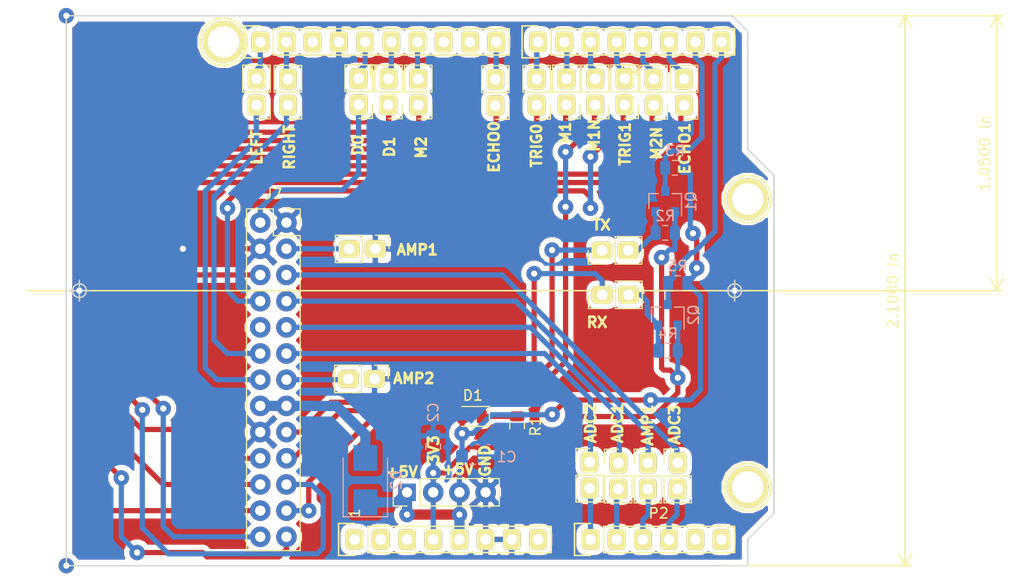
<source format=kicad_pcb>
(kicad_pcb (version 20171130) (host pcbnew 5.0.2+dfsg1-1)
  (title_block (date "lun. 30 mars 2015"))
  (layers (0 F.Cu signal) (31 B.Cu signal) (34 B.Paste user) (35 F.Paste user) (36 B.SilkS user) (37 F.SilkS user) (38 B.Mask user) (39 F.Mask user) (44 Edge.Cuts user))
  (net 0 "")
  (net 1 /IOREF)
  (net 2 /Reset)
  (net 3 +5V)
  (net 4 GND)
  (net 5 /Vin)
  (net 6 /AREF)
  (net 7 "Net-(P6-Pad1)")
  (net 8 "Net-(P7-Pad1)")
  (net 9 "Net-(P8-Pad1)")
  (net 10 "Net-(P1-Pad1)")
  (net 11 +3V3)
  (net 12 A3)
  (net 13 ADC3)
  (net 14 13)
  (net 15 12)
  (net 16 11)
  (net 17 10)
  (net 18 9)
  (net 19 8)
  (net 20 7)
  (net 21 6)
  (net 22 5)
  (net 23 4)
  (net 24 3)
  (net 25 2)
  (net 26 Tx)
  (net 27 Rx)
  (net 28 A0)
  (net 29 A1)
  (net 30 A2)
  (net 31 ADC0)
  (net 32 Trig0)
  (net 33 L_TCRT)
  (net 34 ADC1)
  (net 35 Echo0)
  (net 36 R_TCRT)
  (net 37 Echo1)
  (net 38 RXB)
  (net 39 PWM2)
  (net 40 Trig1)
  (net 41 TXB)
  (net 42 PWM1N)
  (net 43 D0)
  (net 44 D1)
  (net 45 ADC2)
  (net 46 PWM1)
  (net 47 PWM2N)
  (net 48 AMP1)
  (net 49 "Net-(J7-Pad10)")
  (net 50 AMP2)
  (net 51 "A5(SCL)")
  (net 52 "A4(SDA)")
  (net 53 "Net-(D1-Pad1)")
  (net 54 "Net-(J17-Pad2)")
  (net 55 "Net-(J18-Pad2)")
  (net 56 +5VP)
  (module Diode_SMD:D_SMB (layer B.Cu) (at 139.9794 118.0719 90)
    (fp_text reference D2 (at 0 3 90) (layer B.SilkS) (effects (justify mirror)))
    (fp_text value D_Schottky)
    (pad 1 smd rect (at -2.15 0 90) (size 2.5 2.3) (layers B.Cu B.Paste B.Mask) (net 3 +5V))
    (pad 2 smd rect (at 2.15 0 90) (size 2.5 2.3) (layers B.Cu B.Paste B.Mask) (net 56 +5VP))
  )
  (module Connector_PinHeader_2.54mm:PinHeader_1x02_P2.54mm_Vertical (layer F.Cu) (at 162.908 95.785 90)
    (fp_text reference J17 hide)
    (fp_text value Conn_01x02_Male)
    (pad 2 thru_hole roundrect (at 0 2.54 90) (size 1.7272 2.032) (drill 1.016) (layers *.Cu *.Mask F.SilkS) (net 54 "Net-(J17-Pad2)"))
    (pad 1 thru_hole roundrect (at 0 0 90) (size 1.7272 2.032) (drill 1.016) (layers *.Cu *.Mask F.SilkS) (net 38 RXB))
  )
  (module Connector_PinHeader_2.54mm:PinHeader_1x02_P2.54mm_Vertical (layer F.Cu) (at 159.458 81.685 180)
    (fp_text reference J21 hide)
    (fp_text value Conn_01x02_Male)
    (pad 1 thru_hole roundrect (at 0 0 180) (size 1.7272 2.032) (drill 1.016) (layers *.Cu *.Mask F.SilkS) (net 46 PWM1))
    (pad 2 thru_hole roundrect (at 0 2.54 180) (size 1.7272 2.032) (drill 1.016) (layers *.Cu *.Mask F.SilkS) (net 21 6))
  )
  (module Connector_PinHeader_2.54mm:PinHeader_1x02_P2.54mm_Vertical (layer F.Cu) (at 145.098 81.695 180)
    (fp_text reference J19 hide)
    (fp_text value Conn_01x02_Male)
    (pad 2 thru_hole roundrect (at 0 2.54 180) (size 1.7272 2.032) (drill 1.016) (layers *.Cu *.Mask F.SilkS) (net 16 11))
    (pad 1 thru_hole roundrect (at 0 0 180) (size 1.7272 2.032) (drill 1.016) (layers *.Cu *.Mask F.SilkS) (net 39 PWM2))
  )
  (module Connector_PinHeader_2.54mm:PinHeader_1x02_P2.54mm_Vertical (layer F.Cu) (at 170.858 81.715 180)
    (fp_text reference J10 hide)
    (fp_text value Conn_01x02_Male)
    (pad 1 thru_hole roundrect (at 0 0 180) (size 1.7272 2.032) (drill 1.016) (layers *.Cu *.Mask F.SilkS) (net 37 Echo1))
    (pad 2 thru_hole roundrect (at 0 2.54 180) (size 1.7272 2.032) (drill 1.016) (layers *.Cu *.Mask F.SilkS) (net 25 2))
  )
  (module Connector_PinHeader_2.54mm:PinHeader_1x02_P2.54mm_Vertical (layer F.Cu) (at 167.358 116.405)
    (fp_text reference J1 hide)
    (fp_text value Conn_01x02_Male)
    (pad 2 thru_hole roundrect (at 0 2.54) (size 1.7272 2.032) (drill 1.016) (layers *.Cu *.Mask F.SilkS) (net 30 A2))
    (pad 1 thru_hole roundrect (at 0 0) (size 1.7272 2.032) (drill 1.016) (layers *.Cu *.Mask F.SilkS) (net 31 ADC0))
  )
  (module Connector_PinHeader_2.54mm:PinHeader_1x02_P2.54mm_Vertical (layer F.Cu) (at 164.488 116.405)
    (fp_text reference J2 hide)
    (fp_text value Conn_01x02_Male)
    (pad 1 thru_hole roundrect (at 0 0) (size 1.7272 2.032) (drill 1.016) (layers *.Cu *.Mask F.SilkS) (net 34 ADC1))
    (pad 2 thru_hole roundrect (at 0 2.54) (size 1.7272 2.032) (drill 1.016) (layers *.Cu *.Mask F.SilkS) (net 29 A1))
  )
  (module Connector_PinHeader_2.54mm:PinHeader_1x02_P2.54mm_Vertical (layer F.Cu) (at 161.718 116.325)
    (fp_text reference J3 hide)
    (fp_text value Conn_01x02_Male)
    (pad 2 thru_hole roundrect (at 0 2.54) (size 1.7272 2.032) (drill 1.016) (layers *.Cu *.Mask F.SilkS) (net 28 A0))
    (pad 1 thru_hole roundrect (at 0 0) (size 1.7272 2.032) (drill 1.016) (layers *.Cu *.Mask F.SilkS) (net 45 ADC2))
  )
  (module Connector_PinHeader_2.54mm:PinHeader_1x02_P2.54mm_Vertical (layer F.Cu) (at 170.248 116.395)
    (fp_text reference J4 hide)
    (fp_text value Conn_01x02_Male)
    (pad 1 thru_hole roundrect (at 0 0) (size 1.7272 2.032) (drill 1.016) (layers *.Cu *.Mask F.SilkS) (net 13 ADC3))
    (pad 2 thru_hole roundrect (at 0 2.54) (size 1.7272 2.032) (drill 1.016) (layers *.Cu *.Mask F.SilkS) (net 12 A3))
  )
  (module Connector_PinHeader_2.54mm:PinHeader_1x02_P2.54mm_Vertical (layer F.Cu) (at 140.948 95.645 270)
    (fp_text reference J5 hide)
    (fp_text value Conn_01x02_Male)
    (pad 2 thru_hole roundrect (at 0 2.54 270) (size 1.7272 2.032) (drill 1.016) (layers *.Cu *.Mask F.SilkS) (net 48 AMP1))
    (pad 1 thru_hole roundrect (at 0 0 270) (size 1.7272 2.032) (drill 1.016) (layers *.Cu *.Mask F.SilkS) (net 4 GND))
  )
  (module Connector_PinHeader_2.54mm:PinHeader_1x02_P2.54mm_Vertical (layer F.Cu) (at 140.868 108.255 270)
    (fp_text reference J6 hide)
    (fp_text value Conn_01x02_Male)
    (pad 1 thru_hole roundrect (at 0 0 270) (size 1.7272 2.032) (drill 1.016) (layers *.Cu *.Mask F.SilkS) (net 4 GND))
    (pad 2 thru_hole roundrect (at 0 2.54 270) (size 1.7272 2.032) (drill 1.016) (layers *.Cu *.Mask F.SilkS) (net 50 AMP2))
  )
  (module Connector_PinHeader_2.54mm:PinHeader_1x02_P2.54mm_Vertical (layer F.Cu) (at 132.478 81.715 180)
    (fp_text reference J8 hide)
    (fp_text value Conn_01x02_Male)
    (pad 2 thru_hole roundrect (at 0 2.54 180) (size 1.7272 2.032) (drill 1.016) (layers *.Cu *.Mask F.SilkS) (net 52 "A4(SDA)"))
    (pad 1 thru_hole roundrect (at 0 0 180) (size 1.7272 2.032) (drill 1.016) (layers *.Cu *.Mask F.SilkS) (net 36 R_TCRT))
  )
  (module Connector_PinHeader_2.54mm:PinHeader_1x02_P2.54mm_Vertical (layer F.Cu) (at 129.428 81.695 180)
    (fp_text reference J9 hide)
    (fp_text value Conn_01x02_Male)
    (pad 1 thru_hole roundrect (at 0 0 180) (size 1.7272 2.032) (drill 1.016) (layers *.Cu *.Mask F.SilkS) (net 33 L_TCRT))
    (pad 2 thru_hole roundrect (at 0 2.54 180) (size 1.7272 2.032) (drill 1.016) (layers *.Cu *.Mask F.SilkS) (net 51 "A5(SCL)"))
  )
  (module Connector_PinHeader_2.54mm:PinHeader_1x02_P2.54mm_Vertical (layer F.Cu) (at 152.578 81.745 180)
    (fp_text reference J11 hide)
    (fp_text value Conn_01x02_Male)
    (pad 2 thru_hole roundrect (at 0 2.54 180) (size 1.7272 2.032) (drill 1.016) (layers *.Cu *.Mask F.SilkS) (net 19 8))
    (pad 1 thru_hole roundrect (at 0 0 180) (size 1.7272 2.032) (drill 1.016) (layers *.Cu *.Mask F.SilkS) (net 35 Echo0))
  )
  (module Connector_PinHeader_2.54mm:PinHeader_1x02_P2.54mm_Vertical (layer F.Cu) (at 156.588 81.715 180)
    (fp_text reference J12 hide)
    (fp_text value Conn_01x02_Male)
    (pad 1 thru_hole roundrect (at 0 0 180) (size 1.7272 2.032) (drill 1.016) (layers *.Cu *.Mask F.SilkS) (net 32 Trig0))
    (pad 2 thru_hole roundrect (at 0 2.54 180) (size 1.7272 2.032) (drill 1.016) (layers *.Cu *.Mask F.SilkS) (net 20 7))
  )
  (module Connector_PinHeader_2.54mm:PinHeader_1x02_P2.54mm_Vertical (layer F.Cu) (at 165.098 81.665 180)
    (fp_text reference J13 hide)
    (fp_text value Conn_01x02_Male)
    (pad 2 thru_hole roundrect (at 0 2.54 180) (size 1.7272 2.032) (drill 1.016) (layers *.Cu *.Mask F.SilkS) (net 23 4))
    (pad 1 thru_hole roundrect (at 0 0 180) (size 1.7272 2.032) (drill 1.016) (layers *.Cu *.Mask F.SilkS) (net 40 Trig1))
  )
  (module Connector_PinHeader_2.54mm:PinHeader_1x02_P2.54mm_Vertical (layer F.Cu) (at 139.338 81.655 180)
    (fp_text reference J14 hide)
    (fp_text value Conn_01x02_Male)
    (pad 1 thru_hole roundrect (at 0 0 180) (size 1.7272 2.032) (drill 1.016) (layers *.Cu *.Mask F.SilkS) (net 43 D0))
    (pad 2 thru_hole roundrect (at 0 2.54 180) (size 1.7272 2.032) (drill 1.016) (layers *.Cu *.Mask F.SilkS) (net 14 13))
  )
  (module Connector_PinHeader_2.54mm:PinHeader_1x02_P2.54mm_Vertical (layer F.Cu) (at 167.918 81.715 180)
    (fp_text reference J15 hide)
    (fp_text value Conn_01x02_Male)
    (pad 2 thru_hole roundrect (at 0 2.54 180) (size 1.7272 2.032) (drill 1.016) (layers *.Cu *.Mask F.SilkS) (net 24 3))
    (pad 1 thru_hole roundrect (at 0 0 180) (size 1.7272 2.032) (drill 1.016) (layers *.Cu *.Mask F.SilkS) (net 47 PWM2N))
  )
  (module Connector_PinHeader_2.54mm:PinHeader_1x02_P2.54mm_Vertical (layer F.Cu) (at 142.218 81.675 180)
    (fp_text reference J16 hide)
    (fp_text value Conn_01x02_Male)
    (pad 1 thru_hole roundrect (at 0 0 180) (size 1.7272 2.032) (drill 1.016) (layers *.Cu *.Mask F.SilkS) (net 44 D1))
    (pad 2 thru_hole roundrect (at 0 2.54 180) (size 1.7272 2.032) (drill 1.016) (layers *.Cu *.Mask F.SilkS) (net 15 12))
  )
  (module Connector_PinHeader_2.54mm:PinHeader_1x02_P2.54mm_Vertical (layer F.Cu) (at 162.938 100.095 90)
    (fp_text reference J18 hide)
    (fp_text value Conn_01x02_Male)
    (pad 2 thru_hole roundrect (at 0 2.54 90) (size 1.7272 2.032) (drill 1.016) (layers *.Cu *.Mask F.SilkS) (net 55 "Net-(J18-Pad2)"))
    (pad 1 thru_hole roundrect (at 0 0 90) (size 1.7272 2.032) (drill 1.016) (layers *.Cu *.Mask F.SilkS) (net 41 TXB))
  )
  (module Connector_PinHeader_2.54mm:PinHeader_1x02_P2.54mm_Vertical (layer F.Cu) (at 162.258 81.685 180)
    (fp_text reference J20 hide)
    (fp_text value Conn_01x02_Male)
    (pad 1 thru_hole roundrect (at 0 0 180) (size 1.7272 2.032) (drill 1.016) (layers *.Cu *.Mask F.SilkS) (net 42 PWM1N))
    (pad 2 thru_hole roundrect (at 0 2.54 180) (size 1.7272 2.032) (drill 1.016) (layers *.Cu *.Mask F.SilkS) (net 22 5))
  )
  (module Package_TO_SOT_SMD:SOT-23 (layer B.Cu) (at 169.038 91.045 90)
    (fp_text reference Q1 (at 0 2.5 90) (layer B.SilkS) (effects (justify mirror)))
    (fp_text value 2N7002)
    (pad 3 smd rect (at 1 0 90) (size 0.9 0.8) (layers B.Cu B.Paste B.Mask) (net 26 Tx))
    (pad 2 smd rect (at -1 -0.95 90) (size 0.9 0.8) (layers B.Cu B.Paste B.Mask) (net 54 "Net-(J17-Pad2)"))
    (pad 1 smd rect (at -1 0.95 90) (size 0.9 0.8) (layers B.Cu B.Paste B.Mask) (net 11 +3V3))
  )
  (module Package_TO_SOT_SMD:SOT-23 (layer B.Cu) (at 169.288 102.045 90)
    (fp_text reference Q2 (at 0 2.5 90) (layer B.SilkS) (effects (justify mirror)))
    (fp_text value 2N7002)
    (pad 1 smd rect (at -1 0.95 90) (size 0.9 0.8) (layers B.Cu B.Paste B.Mask) (net 11 +3V3))
    (pad 2 smd rect (at -1 -0.95 90) (size 0.9 0.8) (layers B.Cu B.Paste B.Mask) (net 55 "Net-(J18-Pad2)"))
    (pad 3 smd rect (at 1 0 90) (size 0.9 0.8) (layers B.Cu B.Paste B.Mask) (net 27 Rx))
  )
  (module Resistor_SMD:R_0805_2012Metric (layer B.Cu) (at 169.3055 105.505 180)
    (fp_text reference R4 (at 0 1.65 180) (layer B.SilkS) (effects (justify mirror)))
    (fp_text value 2k2)
    (pad 2 smd roundrect (at 0.9375 0 180) (size 0.975 1.4) (layers B.Cu B.Paste B.Mask) (net 55 "Net-(J18-Pad2)"))
    (pad 1 smd roundrect (at -0.9375 0 180) (size 0.975 1.4) (layers B.Cu B.Paste B.Mask) (net 11 +3V3))
  )
  (module Resistor_SMD:R_0805_2012Metric (layer B.Cu) (at 169.978 87.775 180)
    (fp_text reference R3 (at 0 1.65 180) (layer B.SilkS) (effects (justify mirror)))
    (fp_text value 2k2)
    (pad 1 smd roundrect (at -0.9375 0 180) (size 0.975 1.4) (layers B.Cu B.Paste B.Mask) (net 3 +5V))
    (pad 2 smd roundrect (at 0.9375 0 180) (size 0.975 1.4) (layers B.Cu B.Paste B.Mask) (net 26 Tx))
  )
  (module Resistor_SMD:R_0805_2012Metric (layer B.Cu) (at 169.0455 94.085 180)
    (fp_text reference R2 (at 0 1.65 180) (layer B.SilkS) (effects (justify mirror)))
    (fp_text value 2k2)
    (pad 2 smd roundrect (at 0.9375 0 180) (size 0.975 1.4) (layers B.Cu B.Paste B.Mask) (net 54 "Net-(J17-Pad2)"))
    (pad 1 smd roundrect (at -0.9375 0 180) (size 0.975 1.4) (layers B.Cu B.Paste B.Mask) (net 11 +3V3))
  )
  (module Resistor_SMD:R_0805_2012Metric (layer B.Cu) (at 170.2505 98.955 180)
    (fp_text reference R5 (at 0 1.65 180) (layer B.SilkS) (effects (justify mirror)))
    (fp_text value 2k2)
    (pad 1 smd roundrect (at -0.9375 0 180) (size 0.975 1.4) (layers B.Cu B.Paste B.Mask) (net 3 +5V))
    (pad 2 smd roundrect (at 0.9375 0 180) (size 0.975 1.4) (layers B.Cu B.Paste B.Mask) (net 27 Rx))
  )
  (module Capacitor_SMD:C_0805_2012Metric_Pad1.15x1.40mm_HandSolder (layer B.Cu) (at 150.368 115.824)
    (fp_text reference C1 (at 3.302 0) (layer B.SilkS) (effects (justify mirror)))
    (fp_text value 100n)
    (pad 1 smd roundrect (at -1.025 0) (size 1.15 1.4) (layers B.Cu B.Paste B.Mask) (roundrect_rratio 0.217391) (net 3 +5V))
    (pad 2 smd roundrect (at 1.025 0) (size 1.15 1.4) (layers B.Cu B.Paste B.Mask) (roundrect_rratio 0.217391) (net 4 GND))
  )
  (module LED_SMD:LED_0805_2012Metric (layer F.Cu) (at 150.3195 111.887 180)
    (fp_text reference D1 (at -0.0739 2.032 180) (layer F.SilkS))
    (fp_text value LED)
    (pad 1 smd roundrect (at -0.9375 0 180) (size 0.975 1.4) (layers F.Cu F.Paste F.Mask) (net 53 "Net-(D1-Pad1)"))
    (pad 2 smd roundrect (at 0.9375 0 180) (size 0.975 1.4) (layers F.Cu F.Paste F.Mask) (net 3 +5V))
  )
  (module Resistor_SMD:R_0805_2012Metric (layer F.Cu) (at 154.686 112.8245 270)
    (fp_text reference R1 (at 0.0277 -1.778 270) (layer F.SilkS))
    (fp_text value R)
    (pad 1 smd roundrect (at -0.9375 0 270) (size 0.975 1.4) (layers F.Cu F.Paste F.Mask) (net 53 "Net-(D1-Pad1)"))
    (pad 2 smd roundrect (at 0.9375 0 270) (size 0.975 1.4) (layers F.Cu F.Paste F.Mask) (net 4 GND))
  )
  (module Connector_PinHeader_2.54mm:PinHeader_1x04_P2.54mm_Vertical (layer F.Cu) (at 144.018 119.253 90)
    (fp_text reference J23 hide)
    (fp_text value Conn_01x04_Male)
    (pad 1 thru_hole rect (at 0 0 90) (size 1.7 1.7) (drill 1) (layers *.Cu *.Mask) (net 3 +5V))
    (pad 2 thru_hole circle (at 0 2.54 90) (size 2 2) (drill 1) (layers *.Cu *.Mask) (net 11 +3V3))
    (pad 3 thru_hole circle (at 0 5.08 90) (size 2 2) (drill 1) (layers *.Cu *.Mask) (net 3 +5V))
    (pad 4 thru_hole circle (at 0 7.62 90) (size 2 2) (drill 1) (layers *.Cu *.Mask) (net 4 GND))
  )
  (module Capacitor_SMD:C_0805_2012Metric_Pad1.15x1.40mm_HandSolder (layer B.Cu) (at 146.558 114.808 90)
    (fp_text reference C2 (at 3.302 0 90) (layer B.SilkS) (effects (justify mirror)))
    (fp_text value 100n)
    (pad 1 smd roundrect (at -1.025 0 90) (size 1.15 1.4) (layers B.Cu B.Paste B.Mask) (roundrect_rratio 0.217391) (net 11 +3V3))
    (pad 2 smd roundrect (at 1.025 0 90) (size 1.15 1.4) (layers B.Cu B.Paste B.Mask) (roundrect_rratio 0.217391) (net 4 GND))
  )
  (module Connector_PinSocket_2.54mm:PinSocket_2x13_P2.54mm_Vertical (layer F.Cu) (at 132.334 93.091)
    (fp_text reference J7 (at -1.27 -2.77) (layer F.SilkS))
    (fp_text value Conn_02x13_Odd_Even)
    (pad 1 thru_hole circle (at 0 0) (size 2 2) (drill 1) (layers *.Cu *.Mask) (net 4 GND))
    (pad 2 thru_hole circle (at -2.54 0) (size 2 2) (drill 1) (layers *.Cu *.Mask) (net 43 D0))
    (pad 3 thru_hole circle (at 0 2.54) (size 2 2) (drill 1) (layers *.Cu *.Mask) (net 48 AMP1))
    (pad 4 thru_hole circle (at -2.54 2.54) (size 2 2) (drill 1) (layers *.Cu *.Mask) (net 4 GND))
    (pad 5 thru_hole circle (at 0 5.08) (size 2 2) (drill 1) (layers *.Cu *.Mask) (net 13 ADC3))
    (pad 6 thru_hole circle (at -2.54 5.08) (size 2 2) (drill 1) (layers *.Cu *.Mask) (net 37 Echo1))
    (pad 7 thru_hole circle (at 0 7.62) (size 2 2) (drill 1) (layers *.Cu *.Mask) (net 31 ADC0))
    (pad 8 thru_hole circle (at -2.54 7.62) (size 2 2) (drill 1) (layers *.Cu *.Mask) (net 40 Trig1))
    (pad 9 thru_hole circle (at 0 10.16) (size 2 2) (drill 1) (layers *.Cu *.Mask) (net 34 ADC1))
    (pad 10 thru_hole circle (at -2.54 10.16) (size 2 2) (drill 1) (layers *.Cu *.Mask) (net 49 "Net-(J7-Pad10)"))
    (pad 11 thru_hole circle (at 0 12.7) (size 2 2) (drill 1) (layers *.Cu *.Mask) (net 45 ADC2))
    (pad 12 thru_hole circle (at -2.54 12.7) (size 2 2) (drill 1) (layers *.Cu *.Mask) (net 36 R_TCRT))
    (pad 13 thru_hole circle (at 0 15.24) (size 2 2) (drill 1) (layers *.Cu *.Mask) (net 50 AMP2))
    (pad 14 thru_hole circle (at -2.54 15.24) (size 2 2) (drill 1) (layers *.Cu *.Mask) (net 33 L_TCRT))
    (pad 15 thru_hole circle (at 0 17.78) (size 2 2) (drill 1) (layers *.Cu *.Mask) (net 56 +5VP))
    (pad 16 thru_hole circle (at -2.54 17.78) (size 2 2) (drill 1) (layers *.Cu *.Mask) (net 56 +5VP))
    (pad 17 thru_hole circle (at 0 20.32) (size 2 2) (drill 1) (layers *.Cu *.Mask) (net 41 TXB))
    (pad 18 thru_hole circle (at -2.54 20.32) (size 2 2) (drill 1) (layers *.Cu *.Mask) (net 4 GND))
    (pad 19 thru_hole circle (at 0 22.86) (size 2 2) (drill 1) (layers *.Cu *.Mask) (net 38 RXB))
    (pad 20 thru_hole circle (at -2.54 22.86) (size 2 2) (drill 1) (layers *.Cu *.Mask) (net 32 Trig0))
    (pad 21 thru_hole circle (at 0 25.4) (size 2 2) (drill 1) (layers *.Cu *.Mask) (net 46 PWM1))
    (pad 22 thru_hole circle (at -2.54 25.4) (size 2 2) (drill 1) (layers *.Cu *.Mask) (net 35 Echo0))
    (pad 23 thru_hole circle (at 0 27.94) (size 2 2) (drill 1) (layers *.Cu *.Mask) (net 42 PWM1N))
    (pad 24 thru_hole circle (at -2.54 27.94) (size 2 2) (drill 1) (layers *.Cu *.Mask) (net 44 D1))
    (pad 25 thru_hole circle (at 0 30.48) (size 2 2) (drill 1) (layers *.Cu *.Mask) (net 39 PWM2))
    (pad 26 thru_hole circle (at -2.54 30.48) (size 2 2) (drill 1) (layers *.Cu *.Mask) (net 47 PWM2N))
  )
  (module Socket_Arduino_Uno:Arduino_1pin (layer F.Cu) (at 177.038 90.805)
    (fp_text reference P8 hide)
    (fp_text value CONN_01X01 hide)
    (pad 1 thru_hole circle (at 0 0) (size 4.064 4.064) (drill 3.048) (layers *.Cu *.Mask F.SilkS) (net 9 "Net-(P8-Pad1)"))
  )
  (module Socket_Arduino_Uno:Arduino_1pin (layer F.Cu) (at 126.238 75.565)
    (fp_text reference P7 hide)
    (fp_text value CONN_01X01 hide)
    (pad 1 thru_hole circle (at 0 0) (size 4.064 4.064) (drill 3.048) (layers *.Cu *.Mask F.SilkS) (net 8 "Net-(P7-Pad1)"))
  )
  (module Socket_Arduino_Uno:Arduino_1pin (layer F.Cu) (at 177.038 118.745)
    (fp_text reference P6 hide)
    (fp_text value CONN_01X01 hide)
    (pad 1 thru_hole circle (at 0 0) (size 4.064 4.064) (drill 3.048) (layers *.Cu *.Mask F.SilkS) (net 7 "Net-(P6-Pad1)"))
  )
  (module Socket_Arduino_Uno:Socket_Strip_Arduino_1x08 (layer F.Cu) (at 156.718 75.565)
    (fp_text reference P4 (at 8.89 2.794) (layer F.SilkS))
    (fp_text value Digital)
    (pad 1 thru_hole roundrect (at 0 0) (size 1.7272 2.032) (drill 1.016) (layers *.Cu *.Mask F.SilkS) (net 20 7))
    (pad 2 thru_hole roundrect (at 2.54 0) (size 1.7272 2.032) (drill 1.016) (layers *.Cu *.Mask F.SilkS) (net 21 6))
    (pad 3 thru_hole roundrect (at 5.08 0) (size 1.7272 2.032) (drill 1.016) (layers *.Cu *.Mask F.SilkS) (net 22 5))
    (pad 4 thru_hole roundrect (at 7.62 0) (size 1.7272 2.032) (drill 1.016) (layers *.Cu *.Mask F.SilkS) (net 23 4))
    (pad 5 thru_hole roundrect (at 10.16 0) (size 1.7272 2.032) (drill 1.016) (layers *.Cu *.Mask F.SilkS) (net 24 3))
    (pad 6 thru_hole roundrect (at 12.7 0) (size 1.7272 2.032) (drill 1.016) (layers *.Cu *.Mask F.SilkS) (net 25 2))
    (pad 7 thru_hole roundrect (at 15.24 0) (size 1.7272 2.032) (drill 1.016) (layers *.Cu *.Mask F.SilkS) (net 26 Tx))
    (pad 8 thru_hole roundrect (at 17.78 0) (size 1.7272 2.032) (drill 1.016) (layers *.Cu *.Mask F.SilkS) (net 27 Rx))
  )
  (module Socket_Arduino_Uno:Socket_Strip_Arduino_1x10 (layer F.Cu) (at 129.794 75.565)
    (fp_text reference P3 (at 11.43 2.794) (layer F.SilkS))
    (fp_text value Digital)
    (pad 1 thru_hole roundrect (at 0 0) (size 1.7272 2.032) (drill 1.016) (layers *.Cu *.Mask F.SilkS) (net 51 "A5(SCL)"))
    (pad 2 thru_hole roundrect (at 2.54 0) (size 1.7272 2.032) (drill 1.016) (layers *.Cu *.Mask F.SilkS) (net 52 "A4(SDA)"))
    (pad 3 thru_hole roundrect (at 5.08 0) (size 1.7272 2.032) (drill 1.016) (layers *.Cu *.Mask F.SilkS) (net 6 /AREF))
    (pad 4 thru_hole roundrect (at 7.62 0) (size 1.7272 2.032) (drill 1.016) (layers *.Cu *.Mask F.SilkS) (net 4 GND))
    (pad 5 thru_hole roundrect (at 10.16 0) (size 1.7272 2.032) (drill 1.016) (layers *.Cu *.Mask F.SilkS) (net 14 13))
    (pad 6 thru_hole roundrect (at 12.7 0) (size 1.7272 2.032) (drill 1.016) (layers *.Cu *.Mask F.SilkS) (net 15 12))
    (pad 7 thru_hole roundrect (at 15.24 0) (size 1.7272 2.032) (drill 1.016) (layers *.Cu *.Mask F.SilkS) (net 16 11))
    (pad 8 thru_hole roundrect (at 17.78 0) (size 1.7272 2.032) (drill 1.016) (layers *.Cu *.Mask F.SilkS) (net 17 10))
    (pad 9 thru_hole roundrect (at 20.32 0) (size 1.7272 2.032) (drill 1.016) (layers *.Cu *.Mask F.SilkS) (net 18 9))
    (pad 10 thru_hole roundrect (at 22.86 0) (size 1.7272 2.032) (drill 1.016) (layers *.Cu *.Mask F.SilkS) (net 19 8))
  )
  (module Socket_Arduino_Uno:Socket_Strip_Arduino_1x06 (layer F.Cu) (at 161.798 123.825)
    (fp_text reference P2 (at 6.604 -2.54) (layer F.SilkS))
    (fp_text value Analog)
    (pad 1 thru_hole roundrect (at 0 0) (size 1.7272 2.032) (drill 1.016) (layers *.Cu *.Mask F.SilkS) (net 28 A0))
    (pad 2 thru_hole roundrect (at 2.54 0) (size 1.7272 2.032) (drill 1.016) (layers *.Cu *.Mask F.SilkS) (net 29 A1))
    (pad 3 thru_hole roundrect (at 5.08 0) (size 1.7272 2.032) (drill 1.016) (layers *.Cu *.Mask F.SilkS) (net 30 A2))
    (pad 4 thru_hole roundrect (at 7.62 0) (size 1.7272 2.032) (drill 1.016) (layers *.Cu *.Mask F.SilkS) (net 12 A3))
    (pad 5 thru_hole roundrect (at 10.16 0) (size 1.7272 2.032) (drill 1.016) (layers *.Cu *.Mask F.SilkS) (net 52 "A4(SDA)"))
    (pad 6 thru_hole roundrect (at 12.7 0) (size 1.7272 2.032) (drill 1.016) (layers *.Cu *.Mask F.SilkS) (net 51 "A5(SCL)"))
  )
  (module Socket_Arduino_Uno:Socket_Strip_Arduino_1x08 (layer F.Cu) (at 138.938 123.825)
    (fp_text reference P1 hide)
    (fp_text value Power)
    (pad 1 thru_hole roundrect (at 0 0) (size 1.7272 2.032) (drill 1.016) (layers *.Cu *.Mask F.SilkS) (net 10 "Net-(P1-Pad1)"))
    (pad 2 thru_hole roundrect (at 2.54 0) (size 1.7272 2.032) (drill 1.016) (layers *.Cu *.Mask F.SilkS) (net 1 /IOREF))
    (pad 3 thru_hole roundrect (at 5.08 0) (size 1.7272 2.032) (drill 1.016) (layers *.Cu *.Mask F.SilkS) (net 2 /Reset))
    (pad 4 thru_hole roundrect (at 7.62 0) (size 1.7272 2.032) (drill 1.016) (layers *.Cu *.Mask F.SilkS) (net 11 +3V3))
    (pad 5 thru_hole roundrect (at 10.16 0) (size 1.7272 2.032) (drill 1.016) (layers *.Cu *.Mask F.SilkS) (net 3 +5V))
    (pad 6 thru_hole roundrect (at 12.7 0) (size 1.7272 2.032) (drill 1.016) (layers *.Cu *.Mask F.SilkS) (net 4 GND))
    (pad 7 thru_hole roundrect (at 15.24 0) (size 1.7272 2.032) (drill 1.016) (layers *.Cu *.Mask F.SilkS) (net 4 GND))
    (pad 8 thru_hole roundrect (at 17.78 0) (size 1.7272 2.032) (drill 1.016) (layers *.Cu *.Mask F.SilkS) (net 5 /Vin))
  )
  (gr_text GND (at 151.5872 116.205 90) (layer F.SilkS) (effects (font (size 1 1) (thickness 0.25))))
  (gr_text +5V (at 148.9456 117.0178) (layer F.SilkS) (effects (font (size 1 1) (thickness 0.25))))
  (gr_text 3V3 (at 146.5961 115.1382 90) (layer F.SilkS) (effects (font (size 1 1) (thickness 0.25))))
  (gr_text +5V (at 143.51 117.2718) (layer F.SilkS) (effects (font (size 1 1) (thickness 0.25))))
  (gr_text ADC3 (at 169.9514 112.6998 90) (layer F.SilkS) (effects (font (size 1 1) (thickness 0.25))))
  (gr_text AMP1 (at 167.3352 112.7252 90) (layer F.SilkS) (effects (font (size 1 1) (thickness 0.25))))
  (gr_text ADC1 (at 164.4142 112.5474 90) (layer F.SilkS) (effects (font (size 1 1) (thickness 0.25))))
  (gr_text ADC2 (at 161.8234 112.5474 90) (layer F.SilkS) (effects (font (size 1 1) (thickness 0.25))))
  (gr_text M1N (at 162.1536 84.6328 90) (layer F.SilkS) (effects (font (size 1 1) (thickness 0.25))))
  (gr_text M1 (at 159.3596 84.3788 90) (layer F.SilkS) (effects (font (size 1 1) (thickness 0.25))))
  (gr_text LEFT (at 129.4638 85.8012 90) (layer F.SilkS) (effects (font (size 1 1) (thickness 0.25))))
  (gr_text RIGHT (at 132.6134 85.8012 90) (layer F.SilkS) (effects (font (size 1 1) (thickness 0.25))))
  (gr_text D0 (at 139.2682 85.5726 90) (layer F.SilkS) (effects (font (size 1 1) (thickness 0.25))))
  (gr_text D1 (at 142.3162 85.7504 90) (layer F.SilkS) (effects (font (size 1 1) (thickness 0.25))))
  (gr_text M2 (at 145.3896 85.8012 90) (layer F.SilkS) (effects (font (size 1 1) (thickness 0.25))))
  (gr_text TRIG0 (at 156.5656 85.6234 90) (layer F.SilkS) (effects (font (size 1 1) (thickness 0.25))))
  (gr_text ECHO0 (at 152.4508 85.7504 90) (layer F.SilkS) (effects (font (size 1 1) (thickness 0.25))))
  (gr_text TRIG1 (at 165.1508 85.471 90) (layer F.SilkS) (effects (font (size 1 1) (thickness 0.25))))
  (gr_text M2N (at 168.1988 85.3948 90) (layer F.SilkS) (effects (font (size 1 1) (thickness 0.25))))
  (gr_text ECHO1 (at 170.942 85.9028 90) (layer F.SilkS) (effects (font (size 1 1) (thickness 0.25))))
  (gr_text RX (at 162.433 102.7684) (layer F.SilkS) (effects (font (size 1 1) (thickness 0.25))))
  (gr_text TX (at 162.8648 93.3196) (layer F.SilkS) (effects (font (size 1 1) (thickness 0.25))))
  (gr_text AMP2 (at 144.6784 108.204) (layer F.SilkS) (effects (font (size 1 1) (thickness 0.25))))
  (gr_text AMP1 (at 145.0086 95.7326) (layer F.SilkS) (effects (font (size 1 1) (thickness 0.25))))
  (target plus (at 112.268 99.695) (size 2) (width 0.15) (layer Edge.Cuts))
  (target plus (at 175.768 99.695) (size 2) (width 0.15) (layer Edge.Cuts))
  (gr_line (start 177.038 99.695) (end 107.188 99.695) (layer F.SilkS) (width 0.15))
  (dimension 26.67 (width 0.15) (layer F.SilkS) (gr_text "26.670 mm" (at 202.468 86.36 270) (layer F.SilkS) (effects (font (size 1 1) (thickness 0.15)))) (feature1 (pts (xy 174.498 99.695) (xy 201.754421 99.695))) (feature2 (pts (xy 174.498 73.025) (xy 201.754421 73.025))) (crossbar (pts (xy 201.168 73.025) (xy 201.168 99.695))) (arrow1a (pts (xy 201.168 99.695) (xy 200.581579 98.568496))) (arrow1b (pts (xy 201.168 99.695) (xy 201.754421 98.568496))) (arrow2a (pts (xy 201.168 73.025) (xy 200.581579 74.151504))) (arrow2b (pts (xy 201.168 73.025) (xy 201.754421 74.151504))))
  (dimension 53.34 (width 0.15) (layer F.SilkS) (gr_text "53.340 mm" (at 193.578 99.695 270) (layer F.SilkS) (effects (font (size 1 1) (thickness 0.15)))) (feature1 (pts (xy 174.498 126.365) (xy 192.864421 126.365))) (feature2 (pts (xy 174.498 73.025) (xy 192.864421 73.025))) (crossbar (pts (xy 192.278 73.025) (xy 192.278 126.365))) (arrow1a (pts (xy 192.278 126.365) (xy 191.691579 125.238496))) (arrow1b (pts (xy 192.278 126.365) (xy 192.864421 125.238496))) (arrow2a (pts (xy 192.278 73.025) (xy 191.691579 74.151504))) (arrow2b (pts (xy 192.278 73.025) (xy 192.864421 74.151504))))
  (gr_line (start 179.578 88.519) (end 177.038 85.979) (angle 90) (layer Edge.Cuts) (width 0.15))
  (gr_text 1 (at 138.938 121.285 90) (layer F.SilkS) (effects (font (size 1 1))))
  (gr_line (start 177.038 74.549) (end 175.514 73.025) (angle 90) (layer Edge.Cuts) (width 0.15))
  (gr_line (start 177.038 85.979) (end 177.038 74.549) (angle 90) (layer Edge.Cuts) (width 0.15))
  (gr_line (start 179.578 121.285) (end 179.578 88.519) (angle 90) (layer Edge.Cuts) (width 0.15))
  (gr_line (start 177.038 123.825) (end 179.578 121.285) (angle 90) (layer Edge.Cuts) (width 0.15))
  (gr_line (start 177.038 126.365) (end 177.038 123.825) (angle 90) (layer Edge.Cuts) (width 0.15))
  (gr_line (start 110.998 126.365) (end 177.038 126.365) (angle 90) (layer Edge.Cuts) (width 0.15))
  (gr_line (start 110.998 73.025) (end 110.998 126.365) (angle 90) (layer Edge.Cuts) (width 0.15))
  (gr_line (start 175.514 73.025) (end 110.998 73.025) (angle 90) (layer Edge.Cuts) (width 0.15))
  (via (at 110.998 126.365) (size 1.5) (drill 0.6) (layers F.Cu B.Cu) (net 0))
  (via (at 110.998 73.025) (size 1.5) (drill 0.6) (layers F.Cu B.Cu) (net 0))
  (segment (start 149.098 119.253) (end 149.098 123.825) (width 0.508) (layer B.Cu) (net 3))
  (segment (start 149.098 119.253) (end 149.098 115.833) (width 0.508) (layer B.Cu) (net 3))
  (via (at 144.018 121.412) (size 1.5) (drill 0.6) (layers F.Cu B.Cu) (net 3))
  (via (at 149.098 121.412) (size 1.5) (drill 0.6) (layers F.Cu B.Cu) (net 3))
  (segment (start 149.343 115.024) (end 149.352 115.015) (width 0.508) (layer B.Cu) (net 3))
  (segment (start 149.343 115.824) (end 149.343 115.024) (width 0.508) (layer B.Cu) (net 3))
  (via (at 149.352 113.538) (size 1.5) (drill 0.6) (layers F.Cu B.Cu) (net 3))
  (segment (start 149.352 115.015) (end 149.352 113.538) (width 0.508) (layer B.Cu) (net 3))
  (segment (start 149.352 111.917) (end 149.382 111.887) (width 0.508) (layer F.Cu) (net 3))
  (segment (start 149.352 113.538) (end 149.352 111.917) (width 0.508) (layer F.Cu) (net 3))
  (segment (start 150.41266 113.538) (end 152.21566 111.735) (width 0.508) (layer B.Cu) (net 3))
  (segment (start 149.352 113.538) (end 150.41266 113.538) (width 0.508) (layer B.Cu) (net 3))
  (segment (start 152.21566 111.735) (end 157.398 111.735) (width 0.508) (layer B.Cu) (net 3))
  (via (at 158.078 111.695) (size 1.5) (drill 0.6) (layers F.Cu B.Cu) (net 3))
  (segment (start 165.408 110.305) (end 167.618 110.305) (width 0.508) (layer F.Cu) (net 3))
  (via (at 167.618 110.305) (size 1.5) (drill 0.6) (layers F.Cu B.Cu) (net 3))
  (segment (start 168.67866 110.305) (end 168.68866 110.295) (width 0.508) (layer B.Cu) (net 3))
  (segment (start 167.618 110.305) (end 168.67866 110.305) (width 0.508) (layer B.Cu) (net 3))
  (segment (start 168.68866 110.295) (end 171.458 110.295) (width 0.508) (layer B.Cu) (net 3))
  (segment (start 171.458 110.295) (end 172.448 109.305) (width 0.508) (layer B.Cu) (net 3))
  (segment (start 172.448 100.215) (end 171.188 98.955) (width 0.508) (layer B.Cu) (net 3))
  (segment (start 172.448 109.305) (end 172.448 100.215) (width 0.508) (layer B.Cu) (net 3))
  (segment (start 170.9155 87.775) (end 171.471737 88.331237) (width 0.508) (layer B.Cu) (net 3))
  (segment (start 171.744237 98.398763) (end 171.744237 98.348763) (width 0.508) (layer B.Cu) (net 3))
  (segment (start 171.188 98.955) (end 171.744237 98.398763) (width 0.508) (layer B.Cu) (net 3))
  (via (at 172.093462 97.500462) (size 1.5) (drill 0.6) (layers F.Cu B.Cu) (net 3))
  (segment (start 171.744237 98.348763) (end 172.093462 97.999538) (width 0.508) (layer B.Cu) (net 3))
  (segment (start 172.093462 97.999538) (end 172.093462 97.500462) (width 0.508) (layer B.Cu) (net 3))
  (segment (start 172.093462 97.500462) (end 172.093462 94.770462) (width 0.508) (layer F.Cu) (net 3))
  (segment (start 171.471737 88.331237) (end 171.471737 94.081263) (width 0.508) (layer B.Cu) (net 3))
  (via (at 171.728 94.135) (size 1.5) (drill 0.6) (layers F.Cu B.Cu) (net 3))
  (segment (start 159.468 110.305) (end 158.078 111.695) (width 0.508) (layer F.Cu) (net 3))
  (segment (start 159.658 110.305) (end 165.408 110.305) (width 0.508) (layer F.Cu) (net 3))
  (segment (start 159.658 110.305) (end 159.468 110.305) (width 0.508) (layer F.Cu) (net 3))
  (segment (start 143.9164 119.1514) (end 144.018 119.253) (width 1) (layer B.Cu) (net 3))
  (segment (start 144.018 119.253) (end 144.018 121.412) (width 1) (layer B.Cu) (net 3))
  (segment (start 144.018 121.412) (end 149.098 121.412) (width 1) (layer F.Cu) (net 3))
  (segment (start 149.098 121.412) (end 149.098 123.825) (width 1) (layer B.Cu) (net 3))
  (segment (start 143.0491 120.2219) (end 144.018 119.253) (width 1) (layer B.Cu) (net 3))
  (segment (start 139.9794 120.2219) (end 143.0491 120.2219) (width 1) (layer B.Cu) (net 3))
  (segment (start 151.638 123.825) (end 151.638 119.253) (width 0.508) (layer B.Cu) (net 4))
  (segment (start 151.638 115.189) (end 151.638 119.253) (width 0.508) (layer B.Cu) (net 4))
  (segment (start 129.794 95.631) (end 122.301 95.631) (width 0.508) (layer F.Cu) (net 4))
  (via (at 122.301 95.631) (size 1.5) (drill 0.6) (layers F.Cu B.Cu) (net 4))
  (via (at 112.268 99.695) (size 1.5) (drill 0.6) (layers F.Cu B.Cu) (net 4))
  (via (at 175.768 99.695) (size 1.5) (drill 0.6) (layers F.Cu B.Cu) (net 4))
  (segment (start 146.558 123.825) (end 146.558 119.253) (width 0.508) (layer B.Cu) (net 11))
  (segment (start 169.988 94.08) (end 169.983 94.085) (width 0.508) (layer B.Cu) (net 11))
  (segment (start 169.988 92.045) (end 169.988 94.08) (width 0.508) (layer B.Cu) (net 11))
  (via (at 146.558 117.375) (size 1.5) (drill 0.6) (layers F.Cu B.Cu) (net 11))
  (segment (start 146.558 117.375) (end 146.558 119.253) (width 0.508) (layer B.Cu) (net 11))
  (segment (start 146.558 115.833) (end 146.558 117.375) (width 0.508) (layer B.Cu) (net 11))
  (segment (start 147.61866 117.375) (end 147.73866 117.255) (width 0.508) (layer F.Cu) (net 11))
  (segment (start 146.558 117.375) (end 147.61866 117.375) (width 0.508) (layer F.Cu) (net 11))
  (segment (start 150.077461 114.916199) (end 157.766801 114.916199) (width 0.508) (layer F.Cu) (net 11))
  (segment (start 147.73866 117.255) (end 150.077461 114.916199) (width 0.508) (layer F.Cu) (net 11))
  (segment (start 157.766801 114.916199) (end 160.778 111.905) (width 0.508) (layer F.Cu) (net 11))
  (segment (start 160.778 111.905) (end 167.948 111.905) (width 0.508) (layer F.Cu) (net 11))
  (segment (start 167.948 111.905) (end 170.258 109.595) (width 0.508) (layer F.Cu) (net 11))
  (via (at 170.258 108.145) (size 1.5) (drill 0.6) (layers F.Cu B.Cu) (net 11))
  (segment (start 170.258 109.595) (end 170.258 108.145) (width 0.508) (layer F.Cu) (net 11))
  (segment (start 170.258 105.52) (end 170.243 105.505) (width 0.508) (layer B.Cu) (net 11))
  (segment (start 170.258 108.145) (end 170.258 105.52) (width 0.508) (layer B.Cu) (net 11))
  (segment (start 170.238 105.5) (end 170.243 105.505) (width 0.508) (layer B.Cu) (net 11))
  (segment (start 170.238 103.045) (end 170.238 105.5) (width 0.508) (layer B.Cu) (net 11))
  (segment (start 169.508001 107.395001) (end 168.888001 107.395001) (width 0.508) (layer F.Cu) (net 11))
  (segment (start 170.258 108.145) (end 169.508001 107.395001) (width 0.508) (layer F.Cu) (net 11))
  (segment (start 168.888001 107.395001) (end 168.688 107.195) (width 0.508) (layer F.Cu) (net 11))
  (via (at 168.688 96.475) (size 1.5) (drill 0.6) (layers F.Cu B.Cu) (net 11))
  (segment (start 168.688 107.195) (end 168.688 96.475) (width 0.508) (layer F.Cu) (net 11))
  (segment (start 169.437999 95.725001) (end 169.947999 95.725001) (width 0.508) (layer B.Cu) (net 11))
  (segment (start 168.688 96.475) (end 169.437999 95.725001) (width 0.508) (layer B.Cu) (net 11))
  (segment (start 169.983 94.885) (end 169.983 94.085) (width 0.508) (layer B.Cu) (net 11))
  (segment (start 169.983 95.69) (end 169.983 94.885) (width 0.508) (layer B.Cu) (net 11))
  (segment (start 169.947999 95.725001) (end 169.983 95.69) (width 0.508) (layer B.Cu) (net 11))
  (segment (start 169.418 123.825) (end 169.418 122.174) (width 0.508) (layer B.Cu) (net 12))
  (segment (start 170.18 121.412) (end 170.18 118.999) (width 0.508) (layer B.Cu) (net 12))
  (segment (start 169.418 122.174) (end 170.18 121.412) (width 0.508) (layer B.Cu) (net 12))
  (segment (start 170.18 115.101) (end 170.18 116.459) (width 0.508) (layer B.Cu) (net 13))
  (segment (start 153.25 98.171) (end 170.18 115.101) (width 0.508) (layer B.Cu) (net 13))
  (segment (start 132.334 98.171) (end 153.25 98.171) (width 0.508) (layer B.Cu) (net 13))
  (segment (start 139.319 78.426919) (end 139.954 77.791919) (width 0.508) (layer B.Cu) (net 14))
  (segment (start 139.319 79.629) (end 139.319 78.426919) (width 0.508) (layer B.Cu) (net 14))
  (segment (start 139.954 77.791919) (end 139.954 75.565) (width 0.508) (layer B.Cu) (net 14))
  (segment (start 142.24 78.426919) (end 142.494 78.172919) (width 0.508) (layer B.Cu) (net 15))
  (segment (start 142.24 79.629) (end 142.24 78.426919) (width 0.508) (layer B.Cu) (net 15))
  (segment (start 142.494 78.172919) (end 142.494 75.565) (width 0.508) (layer B.Cu) (net 15))
  (segment (start 145.034 79.502) (end 145.161 79.629) (width 0.508) (layer B.Cu) (net 16))
  (segment (start 145.034 75.565) (end 145.034 79.502) (width 0.508) (layer B.Cu) (net 16))
  (segment (start 152.654 79.629) (end 152.654 75.565) (width 0.508) (layer B.Cu) (net 19))
  (segment (start 156.591 75.692) (end 156.718 75.565) (width 0.508) (layer B.Cu) (net 20))
  (segment (start 156.591 79.629) (end 156.591 75.692) (width 0.508) (layer B.Cu) (net 20))
  (segment (start 159.512 75.819) (end 159.258 75.565) (width 0.508) (layer B.Cu) (net 21))
  (segment (start 159.512 79.629) (end 159.512 75.819) (width 0.508) (layer B.Cu) (net 21))
  (segment (start 162.306 78.426919) (end 161.798 77.918919) (width 0.508) (layer B.Cu) (net 22))
  (segment (start 162.306 79.629) (end 162.306 78.426919) (width 0.508) (layer B.Cu) (net 22))
  (segment (start 161.798 77.918919) (end 161.798 75.565) (width 0.508) (layer B.Cu) (net 22))
  (segment (start 165.1 79.629) (end 165.1 78.426919) (width 0.508) (layer B.Cu) (net 23))
  (segment (start 164.338 77.664919) (end 164.338 75.565) (width 0.508) (layer B.Cu) (net 23))
  (segment (start 165.1 78.426919) (end 164.338 77.664919) (width 0.508) (layer B.Cu) (net 23))
  (segment (start 167.767 79.629) (end 167.767 78.359) (width 0.508) (layer B.Cu) (net 24))
  (segment (start 166.878 77.47) (end 166.878 75.565) (width 0.508) (layer B.Cu) (net 24))
  (segment (start 167.767 78.359) (end 166.878 77.47) (width 0.508) (layer B.Cu) (net 24))
  (segment (start 170.561 79.629) (end 170.561 78.426919) (width 0.508) (layer B.Cu) (net 25))
  (segment (start 169.418 77.283919) (end 169.418 75.565) (width 0.508) (layer B.Cu) (net 25))
  (segment (start 170.561 78.426919) (end 169.418 77.283919) (width 0.508) (layer B.Cu) (net 25))
  (segment (start 171.958 77.089) (end 172.593 77.724) (width 0.508) (layer B.Cu) (net 26))
  (segment (start 171.958 75.565) (end 171.958 77.089) (width 0.508) (layer B.Cu) (net 26))
  (segment (start 172.593 77.724) (end 172.593 84.8) (width 0.508) (layer B.Cu) (net 26))
  (segment (start 172.593 84.8) (end 171.268 86.125) (width 0.508) (layer B.Cu) (net 26))
  (segment (start 169.0405 87.775) (end 169.0405 86.7525) (width 0.508) (layer B.Cu) (net 26))
  (segment (start 169.668 86.125) (end 171.268 86.125) (width 0.508) (layer B.Cu) (net 26))
  (segment (start 169.0405 86.7525) (end 169.668 86.125) (width 0.508) (layer B.Cu) (net 26))
  (segment (start 169.0405 90.0425) (end 169.038 90.045) (width 0.508) (layer B.Cu) (net 26))
  (segment (start 169.0405 87.775) (end 169.0405 90.0425) (width 0.508) (layer B.Cu) (net 26))
  (segment (start 169.313 101.02) (end 169.288 101.045) (width 0.508) (layer B.Cu) (net 27))
  (segment (start 169.313 98.955) (end 169.313 101.02) (width 0.508) (layer B.Cu) (net 27))
  (segment (start 169.869237 98.398763) (end 169.869237 97.713763) (width 0.508) (layer B.Cu) (net 27))
  (segment (start 169.313 98.955) (end 169.869237 98.398763) (width 0.508) (layer B.Cu) (net 27))
  (segment (start 169.869237 97.713763) (end 171.578 96.005) (width 0.508) (layer B.Cu) (net 27))
  (segment (start 171.795026 96.005) (end 173.868 93.932026) (width 0.508) (layer B.Cu) (net 27))
  (segment (start 171.578 96.005) (end 171.795026 96.005) (width 0.508) (layer B.Cu) (net 27))
  (segment (start 174.498 77.089) (end 174.498 75.565) (width 0.508) (layer B.Cu) (net 27))
  (segment (start 173.868 77.719) (end 174.498 77.089) (width 0.508) (layer B.Cu) (net 27))
  (segment (start 173.868 93.932026) (end 173.868 77.719) (width 0.508) (layer B.Cu) (net 27))
  (segment (start 161.798 118.999) (end 161.798 123.825) (width 0.508) (layer B.Cu) (net 28))
  (segment (start 164.338 119.253) (end 164.592 118.999) (width 0.508) (layer B.Cu) (net 29))
  (segment (start 164.338 123.825) (end 164.338 119.253) (width 0.508) (layer B.Cu) (net 29))
  (segment (start 166.878 123.825) (end 166.878 122.301) (width 0.508) (layer B.Cu) (net 30))
  (segment (start 166.878 123.825) (end 166.878 121.92) (width 0.508) (layer B.Cu) (net 30))
  (segment (start 167.386 121.412) (end 167.386 118.999) (width 0.508) (layer B.Cu) (net 30))
  (segment (start 166.878 121.92) (end 167.386 121.412) (width 0.508) (layer B.Cu) (net 30))
  (segment (start 167.386 113.525028) (end 167.386 115.101) (width 0.508) (layer B.Cu) (net 31))
  (segment (start 154.571972 100.711) (end 167.386 113.525028) (width 0.508) (layer B.Cu) (net 31))
  (segment (start 167.386 115.101) (end 167.386 116.459) (width 0.508) (layer B.Cu) (net 31))
  (segment (start 132.334 100.711) (end 154.571972 100.711) (width 0.508) (layer B.Cu) (net 31))
  (segment (start 125.73 115.951) (end 129.794 115.951) (width 0.508) (layer F.Cu) (net 32))
  (segment (start 122.936 113.157) (end 125.73 115.951) (width 0.508) (layer F.Cu) (net 32))
  (segment (start 153.35157 86.76643) (end 118.231028 86.76643) (width 0.508) (layer F.Cu) (net 32))
  (segment (start 156.591 83.527) (end 153.35157 86.76643) (width 0.508) (layer F.Cu) (net 32))
  (segment (start 156.591 82.169) (end 156.591 83.527) (width 0.508) (layer F.Cu) (net 32))
  (segment (start 118.231028 86.76643) (end 116.61143 88.386028) (width 0.508) (layer F.Cu) (net 32))
  (segment (start 118.331974 113.157) (end 122.936 113.157) (width 0.508) (layer F.Cu) (net 32))
  (segment (start 116.61143 111.436456) (end 118.331974 113.157) (width 0.508) (layer F.Cu) (net 32))
  (segment (start 116.61143 88.386028) (end 116.61143 111.436456) (width 0.508) (layer F.Cu) (net 32))
  (segment (start 129.413 85.09) (end 129.413 82.169) (width 0.508) (layer B.Cu) (net 33))
  (segment (start 124.46 107.188) (end 124.46 90.043) (width 0.508) (layer B.Cu) (net 33))
  (segment (start 129.794 108.331) (end 125.603 108.331) (width 0.508) (layer B.Cu) (net 33))
  (segment (start 124.46 90.043) (end 129.413 85.09) (width 0.508) (layer B.Cu) (net 33))
  (segment (start 125.603 108.331) (end 124.46 107.188) (width 0.508) (layer B.Cu) (net 33))
  (segment (start 133.536081 103.251) (end 132.334 103.251) (width 0.508) (layer B.Cu) (net 34))
  (segment (start 155.962486 103.251) (end 133.536081 103.251) (width 0.508) (layer B.Cu) (net 34))
  (segment (start 164.592 111.880514) (end 155.962486 103.251) (width 0.508) (layer B.Cu) (net 34))
  (segment (start 164.592 116.459) (end 164.592 111.880514) (width 0.508) (layer B.Cu) (net 34))
  (segment (start 120.396 118.491) (end 129.794 118.491) (width 0.508) (layer F.Cu) (net 35))
  (segment (start 152.654 83.527) (end 150.22738 85.95362) (width 0.508) (layer F.Cu) (net 35))
  (segment (start 152.654 82.169) (end 152.654 83.527) (width 0.508) (layer F.Cu) (net 35))
  (segment (start 115.79862 88.049352) (end 115.79862 113.89362) (width 0.508) (layer F.Cu) (net 35))
  (segment (start 117.894352 85.95362) (end 115.79862 88.049352) (width 0.508) (layer F.Cu) (net 35))
  (segment (start 150.22738 85.95362) (end 117.894352 85.95362) (width 0.508) (layer F.Cu) (net 35))
  (segment (start 115.79862 113.89362) (end 120.396 118.491) (width 0.508) (layer F.Cu) (net 35))
  (segment (start 128.591919 105.791) (end 129.794 105.791) (width 0.508) (layer B.Cu) (net 36))
  (segment (start 126.619 105.791) (end 128.591919 105.791) (width 0.508) (layer B.Cu) (net 36))
  (segment (start 125.310199 104.482199) (end 126.619 105.791) (width 0.508) (layer B.Cu) (net 36))
  (segment (start 125.310199 90.550801) (end 125.310199 104.482199) (width 0.508) (layer B.Cu) (net 36))
  (segment (start 132.334 82.169) (end 132.334 83.527) (width 0.508) (layer B.Cu) (net 36))
  (segment (start 132.334 83.527) (end 125.310199 90.550801) (width 0.508) (layer B.Cu) (net 36))
  (segment (start 164.88314 89.20486) (end 119.469112 89.20486) (width 0.508) (layer F.Cu) (net 37))
  (segment (start 170.561 82.169) (end 170.561 83.527) (width 0.508) (layer F.Cu) (net 37))
  (segment (start 170.561 83.527) (end 164.88314 89.20486) (width 0.508) (layer F.Cu) (net 37))
  (segment (start 119.469112 89.20486) (end 119.253 89.420972) (width 0.508) (layer F.Cu) (net 37))
  (segment (start 119.253 89.535) (end 119.17681 89.61119) (width 0.508) (layer F.Cu) (net 37))
  (segment (start 119.253 89.420972) (end 119.253 89.535) (width 0.508) (layer F.Cu) (net 37))
  (segment (start 119.253 96.266) (end 119.253 89.535) (width 0.508) (layer F.Cu) (net 37))
  (segment (start 129.794 98.171) (end 121.158 98.171) (width 0.508) (layer F.Cu) (net 37))
  (segment (start 121.158 98.171) (end 119.253 96.266) (width 0.508) (layer F.Cu) (net 37))
  (segment (start 155.321 109.347) (end 158.115 106.553) (width 0.508) (layer F.Cu) (net 38))
  (via (at 158.0762 95.758) (size 1.5) (drill 0.6) (layers F.Cu B.Cu) (net 38))
  (segment (start 158.115 106.553) (end 158.0762 106.5142) (width 0.508) (layer F.Cu) (net 38))
  (segment (start 158.0762 106.5142) (end 158.0762 95.758) (width 0.508) (layer F.Cu) (net 38))
  (segment (start 158.0762 95.758) (end 162.941 95.758) (width 0.508) (layer B.Cu) (net 38))
  (segment (start 146.1516 109.347) (end 155.321 109.347) (width 0.508) (layer F.Cu) (net 38))
  (segment (start 145.662514 109.347) (end 146.1516 109.347) (width 0.508) (layer F.Cu) (net 38))
  (segment (start 144.227686 109.347) (end 146.1516 109.347) (width 0.508) (layer F.Cu) (net 38))
  (segment (start 137.64259 111.32821) (end 142.246476 111.32821) (width 0.508) (layer F.Cu) (net 38))
  (segment (start 142.246476 111.32821) (end 144.227686 109.347) (width 0.508) (layer F.Cu) (net 38))
  (segment (start 132.334 115.951) (end 133.0198 115.951) (width 0.508) (layer F.Cu) (net 38))
  (segment (start 133.0198 115.951) (end 137.64259 111.32821) (width 0.508) (layer F.Cu) (net 38))
  (via (at 116.332 117.856) (size 1.5) (drill 0.6) (layers F.Cu B.Cu) (net 39))
  (via (at 117.856 125.095) (size 1.5) (drill 0.6) (layers F.Cu B.Cu) (net 39))
  (segment (start 116.332 123.571) (end 117.856 125.095) (width 0.508) (layer B.Cu) (net 39))
  (segment (start 117.557676 85.14081) (end 114.98581 87.712676) (width 0.508) (layer F.Cu) (net 39))
  (segment (start 143.58619 85.14081) (end 117.557676 85.14081) (width 0.508) (layer F.Cu) (net 39))
  (segment (start 114.98581 116.50981) (end 116.332 117.856) (width 0.508) (layer F.Cu) (net 39))
  (segment (start 114.98581 87.712676) (end 114.98581 116.50981) (width 0.508) (layer F.Cu) (net 39))
  (segment (start 145.161 82.169) (end 145.161 83.566) (width 0.508) (layer F.Cu) (net 39))
  (segment (start 145.161 83.566) (end 143.58619 85.14081) (width 0.508) (layer F.Cu) (net 39))
  (segment (start 116.332 123.571) (end 116.332 117.856) (width 0.508) (layer B.Cu) (net 39))
  (segment (start 132.334 124.773081) (end 132.334 123.571) (width 0.508) (layer F.Cu) (net 39))
  (segment (start 131.592981 125.5141) (end 132.334 124.773081) (width 0.508) (layer F.Cu) (net 39))
  (segment (start 124.6251 125.5141) (end 131.592981 125.5141) (width 0.508) (layer F.Cu) (net 39))
  (segment (start 124.206 125.095) (end 124.6251 125.5141) (width 0.508) (layer F.Cu) (net 39))
  (segment (start 117.856 125.095) (end 124.206 125.095) (width 0.508) (layer F.Cu) (net 39))
  (segment (start 164.973 83.527) (end 161.798 86.702) (width 0.508) (layer F.Cu) (net 40))
  (via (at 161.798 86.702) (size 1.5) (drill 0.6) (layers F.Cu B.Cu) (net 40))
  (segment (start 161.798 86.702) (end 161.798 87.76266) (width 0.508) (layer B.Cu) (net 40))
  (via (at 161.798 91.694) (size 1.5) (drill 0.6) (layers F.Cu B.Cu) (net 40))
  (segment (start 161.798 87.76266) (end 161.798 91.694) (width 0.508) (layer B.Cu) (net 40))
  (segment (start 129.794 100.711) (end 128.591919 100.711) (width 0.508) (layer B.Cu) (net 40))
  (segment (start 128.591919 100.711) (end 127.635 100.711) (width 0.508) (layer B.Cu) (net 40))
  (segment (start 127.635 100.711) (end 126.619 99.695) (width 0.508) (layer B.Cu) (net 40))
  (via (at 126.619 91.694) (size 1.5) (drill 0.6) (layers F.Cu B.Cu) (net 40))
  (segment (start 126.619 99.695) (end 126.619 91.694) (width 0.508) (layer B.Cu) (net 40))
  (segment (start 161.18233 90.01767) (end 161.798 90.63334) (width 0.508) (layer F.Cu) (net 40))
  (segment (start 161.798 90.63334) (end 161.798 91.694) (width 0.508) (layer F.Cu) (net 40))
  (segment (start 126.619 91.694) (end 126.619 91.059) (width 0.508) (layer F.Cu) (net 40))
  (segment (start 127.66033 90.01767) (end 161.18233 90.01767) (width 0.508) (layer F.Cu) (net 40))
  (segment (start 126.619 91.059) (end 127.66033 90.01767) (width 0.508) (layer F.Cu) (net 40))
  (segment (start 164.973 82.169) (end 164.973 83.527) (width 0.508) (layer F.Cu) (net 40))
  (via (at 156.337 98.044) (size 1.5) (drill 0.6) (layers F.Cu B.Cu) (net 41))
  (segment (start 162.938 98.737) (end 162.938 100.095) (width 0.508) (layer B.Cu) (net 41))
  (segment (start 162.245 98.044) (end 162.938 98.737) (width 0.508) (layer B.Cu) (net 41))
  (segment (start 156.337 98.044) (end 162.245 98.044) (width 0.508) (layer B.Cu) (net 41))
  (segment (start 156.337 107.061) (end 156.337 98.044) (width 0.508) (layer F.Cu) (net 41))
  (segment (start 133.748213 113.411) (end 136.643813 110.5154) (width 0.508) (layer F.Cu) (net 41))
  (segment (start 132.334 113.411) (end 133.748213 113.411) (width 0.508) (layer F.Cu) (net 41))
  (segment (start 136.643813 110.5154) (end 141.9098 110.5154) (width 0.508) (layer F.Cu) (net 41))
  (segment (start 143.9672 108.458) (end 154.94 108.458) (width 0.508) (layer F.Cu) (net 41))
  (segment (start 141.9098 110.5154) (end 143.9672 108.458) (width 0.508) (layer F.Cu) (net 41))
  (segment (start 154.94 108.458) (end 156.337 107.061) (width 0.508) (layer F.Cu) (net 41))
  (via (at 159.385 86.233) (size 1.5) (drill 0.6) (layers F.Cu B.Cu) (net 42))
  (segment (start 159.473 86.233) (end 159.385 86.233) (width 0.508) (layer F.Cu) (net 42))
  (segment (start 162.179 82.169) (end 162.179 83.527) (width 0.508) (layer F.Cu) (net 42))
  (segment (start 162.179 83.527) (end 159.473 86.233) (width 0.508) (layer F.Cu) (net 42))
  (segment (start 159.385 86.233) (end 159.385 87.29366) (width 0.508) (layer B.Cu) (net 42))
  (via (at 159.385 91.567) (size 1.5) (drill 0.6) (layers F.Cu B.Cu) (net 42))
  (segment (start 159.385 87.29366) (end 159.385 91.567) (width 0.508) (layer B.Cu) (net 42))
  (segment (start 132.334 121.031) (end 133.536081 121.031) (width 0.508) (layer B.Cu) (net 42))
  (via (at 134.493 121.031) (size 1.5) (drill 0.6) (layers F.Cu B.Cu) (net 42))
  (segment (start 133.536081 121.031) (end 134.493 121.031) (width 0.508) (layer B.Cu) (net 42))
  (segment (start 134.493 118.237) (end 134.493 121.031) (width 0.508) (layer F.Cu) (net 42))
  (segment (start 159.385 106.553) (end 155.575 110.363) (width 0.508) (layer F.Cu) (net 42))
  (segment (start 159.385 91.567) (end 159.385 106.553) (width 0.508) (layer F.Cu) (net 42))
  (segment (start 155.575 110.363) (end 145.4912 110.363) (width 0.508) (layer F.Cu) (net 42))
  (segment (start 145.4912 110.363) (end 143.5862 112.268) (width 0.508) (layer F.Cu) (net 42))
  (segment (start 140.462 112.268) (end 134.493 118.237) (width 0.508) (layer F.Cu) (net 42))
  (segment (start 143.5862 112.268) (end 140.462 112.268) (width 0.508) (layer F.Cu) (net 42))
  (segment (start 139.319 84.582) (end 139.319 82.169) (width 0.508) (layer B.Cu) (net 43))
  (segment (start 137.795 89.916) (end 139.319 88.392) (width 0.508) (layer B.Cu) (net 43))
  (segment (start 139.319 88.392) (end 139.319 84.582) (width 0.508) (layer B.Cu) (net 43))
  (segment (start 131.572 89.916) (end 137.795 89.916) (width 0.508) (layer B.Cu) (net 43))
  (segment (start 129.794 93.091) (end 129.794 91.694) (width 0.508) (layer B.Cu) (net 43))
  (segment (start 129.794 91.694) (end 131.572 89.916) (width 0.508) (layer B.Cu) (net 43))
  (segment (start 115.062 121.031) (end 114.173 120.142) (width 0.508) (layer F.Cu) (net 44))
  (segment (start 129.794 121.031) (end 115.062 121.031) (width 0.508) (layer F.Cu) (net 44))
  (segment (start 117.221 84.328) (end 141.732 84.328) (width 0.508) (layer F.Cu) (net 44))
  (segment (start 114.173 120.142) (end 114.173 87.376) (width 0.508) (layer F.Cu) (net 44))
  (segment (start 142.24 83.82) (end 142.24 82.169) (width 0.508) (layer F.Cu) (net 44))
  (segment (start 141.732 84.328) (end 142.24 83.82) (width 0.508) (layer F.Cu) (net 44))
  (segment (start 114.173 87.376) (end 117.221 84.328) (width 0.508) (layer F.Cu) (net 44))
  (segment (start 132.334 105.791) (end 157.353 105.791) (width 0.508) (layer B.Cu) (net 45))
  (segment (start 161.798 110.236) (end 161.798 116.459) (width 0.508) (layer B.Cu) (net 45))
  (segment (start 157.353 105.791) (end 161.798 110.236) (width 0.508) (layer B.Cu) (net 45))
  (segment (start 155.33276 87.57924) (end 153.688246 87.57924) (width 0.508) (layer F.Cu) (net 46))
  (segment (start 159.385 82.169) (end 159.385 83.527) (width 0.508) (layer F.Cu) (net 46))
  (segment (start 159.385 83.527) (end 155.33276 87.57924) (width 0.508) (layer F.Cu) (net 46))
  (segment (start 153.688246 87.57924) (end 146.60876 87.57924) (width 0.508) (layer F.Cu) (net 46))
  (segment (start 118.79576 87.57924) (end 117.475 88.9) (width 0.508) (layer F.Cu) (net 46))
  (segment (start 146.60876 87.57924) (end 118.79576 87.57924) (width 0.508) (layer F.Cu) (net 46))
  (segment (start 117.475 88.9) (end 117.475 107.188) (width 0.508) (layer F.Cu) (net 46))
  (segment (start 117.475 107.188) (end 117.475 110.363) (width 0.508) (layer F.Cu) (net 46))
  (via (at 118.364 111.252) (size 1.5) (drill 0.6) (layers F.Cu B.Cu) (net 46))
  (segment (start 117.475 110.363) (end 118.364 111.252) (width 0.508) (layer F.Cu) (net 46))
  (segment (start 134.747 118.491) (end 132.334 118.491) (width 0.508) (layer B.Cu) (net 46))
  (segment (start 118.364 122.682) (end 120.904 125.222) (width 0.508) (layer B.Cu) (net 46))
  (segment (start 120.904 125.222) (end 135.314081 125.222) (width 0.508) (layer B.Cu) (net 46))
  (segment (start 118.364 111.252) (end 118.364 122.682) (width 0.508) (layer B.Cu) (net 46))
  (segment (start 135.314081 125.222) (end 135.89 124.646081) (width 0.508) (layer B.Cu) (net 46))
  (segment (start 135.89 124.646081) (end 135.89 119.634) (width 0.508) (layer B.Cu) (net 46))
  (segment (start 135.89 119.634) (end 134.747 118.491) (width 0.508) (layer B.Cu) (net 46))
  (segment (start 167.767 83.527) (end 162.90195 88.39205) (width 0.508) (layer F.Cu) (net 47))
  (segment (start 167.767 82.169) (end 167.767 83.527) (width 0.508) (layer F.Cu) (net 47))
  (segment (start 119.132436 88.39205) (end 118.364 89.160486) (width 0.508) (layer F.Cu) (net 47))
  (segment (start 162.90195 88.39205) (end 119.132436 88.39205) (width 0.508) (layer F.Cu) (net 47))
  (segment (start 118.364 89.160486) (end 118.364 109.093) (width 0.508) (layer F.Cu) (net 47))
  (segment (start 118.364 109.093) (end 120.396 111.125) (width 0.508) (layer F.Cu) (net 47))
  (via (at 120.396 111.125) (size 1.5) (drill 0.6) (layers F.Cu B.Cu) (net 47))
  (segment (start 121.412 123.571) (end 129.794 123.571) (width 0.508) (layer B.Cu) (net 47))
  (segment (start 120.396 111.125) (end 120.396 122.555) (width 0.508) (layer B.Cu) (net 47))
  (segment (start 120.396 122.555) (end 121.412 123.571) (width 0.508) (layer B.Cu) (net 47))
  (segment (start 133.536081 95.631) (end 138.303 95.631) (width 0.508) (layer B.Cu) (net 48))
  (segment (start 132.334 95.631) (end 133.536081 95.631) (width 0.508) (layer B.Cu) (net 48))
  (segment (start 132.334 108.331) (end 138.176 108.331) (width 0.508) (layer B.Cu) (net 50))
  (segment (start 129.54 78.172919) (end 129.794 77.918919) (width 0.508) (layer B.Cu) (net 51))
  (segment (start 129.54 79.375) (end 129.54 78.172919) (width 0.508) (layer B.Cu) (net 51))
  (segment (start 129.794 77.918919) (end 129.794 75.565) (width 0.508) (layer B.Cu) (net 51))
  (segment (start 132.334 79.375) (end 132.334 75.565) (width 0.508) (layer B.Cu) (net 52))
  (segment (start 151.257 111.887) (end 154.686 111.887) (width 0.508) (layer F.Cu) (net 53))
  (segment (start 168.108 92.065) (end 168.088 92.045) (width 0.508) (layer B.Cu) (net 54))
  (segment (start 168.108 94.085) (end 168.108 92.065) (width 0.508) (layer B.Cu) (net 54))
  (segment (start 166.408 95.785) (end 168.108 94.085) (width 0.508) (layer B.Cu) (net 54))
  (segment (start 165.448 95.785) (end 166.408 95.785) (width 0.508) (layer B.Cu) (net 54))
  (segment (start 168.338 102.995) (end 167.298 101.955) (width 0.508) (layer B.Cu) (net 55))
  (segment (start 168.338 103.045) (end 168.338 102.995) (width 0.508) (layer B.Cu) (net 55))
  (segment (start 167.298 100.712919) (end 167.298 101.955) (width 0.508) (layer B.Cu) (net 55))
  (segment (start 166.680081 100.095) (end 167.298 100.712919) (width 0.508) (layer B.Cu) (net 55))
  (segment (start 165.478 100.095) (end 166.680081 100.095) (width 0.508) (layer B.Cu) (net 55))
  (segment (start 168.368 103.075) (end 168.338 103.045) (width 0.508) (layer B.Cu) (net 55))
  (segment (start 168.368 105.505) (end 168.368 103.075) (width 0.508) (layer B.Cu) (net 55))
  (segment (start 129.794 110.871) (end 132.334 110.871) (width 1) (layer B.Cu) (net 56))
  (segment (start 134.3406 110.871) (end 132.334 110.871) (width 1) (layer B.Cu) (net 56))
  (segment (start 135.0285 110.871) (end 134.3406 110.871) (width 1) (layer B.Cu) (net 56))
  (segment (start 135.0412 110.8837) (end 135.0285 110.871) (width 1) (layer B.Cu) (net 56))
  (segment (start 137.1912 110.8837) (end 135.0412 110.8837) (width 1) (layer B.Cu) (net 56))
  (segment (start 139.9794 113.6719) (end 137.1912 110.8837) (width 1) (layer B.Cu) (net 56))
  (segment (start 139.9794 115.9219) (end 139.9794 113.6719) (width 1) (layer B.Cu) (net 56))
  (zone (net 4) (net_name GND) (layer B.Cu) (connect_pads (clearance 0.508)) (min_thickness 0.254) (fill yes (arc_segments 16) (thermal_gap 0.508) (thermal_bridge_width 0.508))
    (polygon (pts (xy 113.538 72.263) (xy 180.213 72.898) (xy 180.594 126.111) (xy 110.49 126.365) (xy 110.998 72.009)))
  )
  (zone (net 4) (net_name GND) (layer F.Cu) (connect_pads (clearance 0.508)) (min_thickness 0.254) (fill yes (arc_segments 16) (thermal_gap 0.508) (thermal_bridge_width 0.508))
    (polygon (pts (xy 110.363 71.501) (xy 181.356 72.517) (xy 181.229 127.889) (xy 107.95 128.143)))
  )
)
</source>
